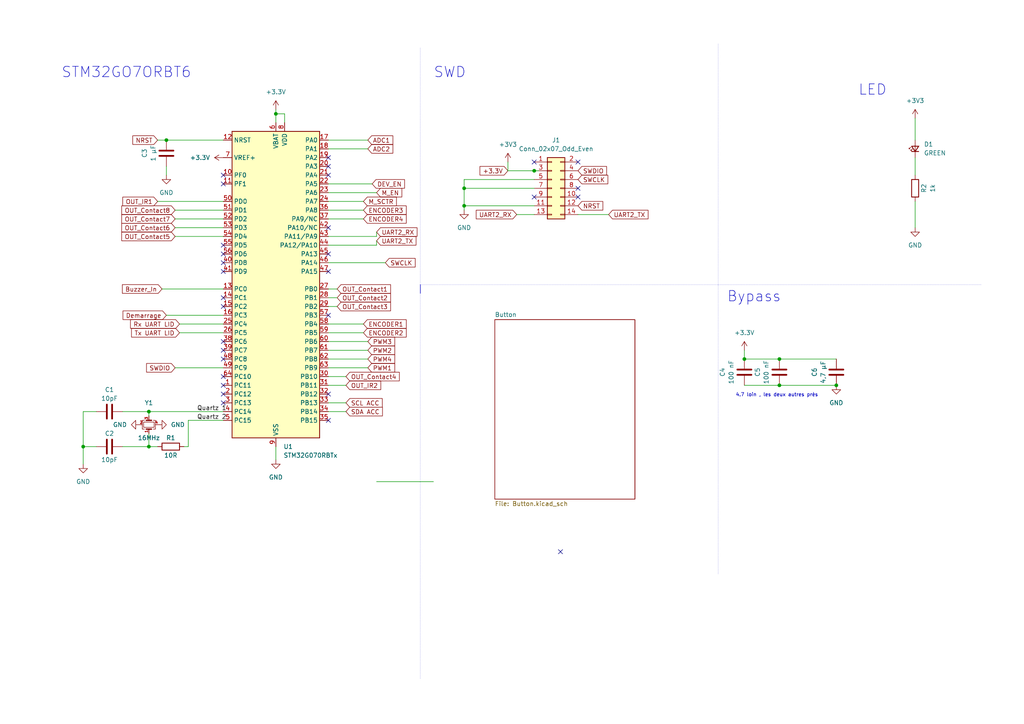
<source format=kicad_sch>
(kicad_sch (version 20230121) (generator eeschema)
  (paper "A4")
  (lib_symbols
    (symbol "+3.3V_1" (power) (pin_numbers hide) (pin_names (offset 0) hide)
      (property "Value" "+3.3V_1" (at 0 3.556 0))
      (symbol "+3.3V_1_0_1"
        (polyline (pts (xy -0.762 1.27) (xy 0 2.54)))
        (polyline (pts (xy 0 0) (xy 0 2.54)))
        (polyline (pts (xy 0 2.54) (xy 0.762 1.27)))
      )
      (symbol "+3.3V_1_1_1"
        (pin power_in line (at 0 0 90) (length 0) hide (name "+3V3") (number "1"))
      )
    )
    (symbol "Connector_Generic:Conn_02x07_Odd_Even" (pin_names (offset 1.016) hide)
      (property "Reference" "J" (at 1.27 10.16 0))
      (property "Value" "Conn_02x07_Odd_Even" (at 1.27 -10.16 0))
      (symbol "Conn_02x07_Odd_Even_1_1"
        (rectangle (start -1.27 -7.493) (end 0 -7.747) (stroke (width 0.1524)))
        (rectangle (start -1.27 -4.953) (end 0 -5.207) (stroke (width 0.1524)))
        (rectangle (start -1.27 -2.413) (end 0 -2.667) (stroke (width 0.1524)))
        (rectangle (start -1.27 0.127) (end 0 -0.127) (stroke (width 0.1524)))
        (rectangle (start -1.27 2.667) (end 0 2.413) (stroke (width 0.1524)))
        (rectangle (start -1.27 5.207) (end 0 4.953) (stroke (width 0.1524)))
        (rectangle (start -1.27 7.747) (end 0 7.493) (stroke (width 0.1524)))
        (rectangle (start -1.27 8.89) (end 3.81 -8.89) (stroke (width 0.254)) (fill (type background)))
        (rectangle (start 3.81 -7.493) (end 2.54 -7.747) (stroke (width 0.1524)))
        (rectangle (start 3.81 -4.953) (end 2.54 -5.207) (stroke (width 0.1524)))
        (rectangle (start 3.81 -2.413) (end 2.54 -2.667) (stroke (width 0.1524)))
        (rectangle (start 3.81 0.127) (end 2.54 -0.127) (stroke (width 0.1524)))
        (rectangle (start 3.81 2.667) (end 2.54 2.413) (stroke (width 0.1524)))
        (rectangle (start 3.81 5.207) (end 2.54 4.953) (stroke (width 0.1524)))
        (rectangle (start 3.81 7.747) (end 2.54 7.493) (stroke (width 0.1524)))
        (pin passive line (at -5.08 7.62 0) (length 3.81) (name "Pin_1") (number "1"))
        (pin passive line (at 7.62 -2.54 180) (length 3.81) (name "Pin_10") (number "10"))
        (pin passive line (at -5.08 -5.08 0) (length 3.81) (name "Pin_11") (number "11"))
        (pin passive line (at 7.62 -5.08 180) (length 3.81) (name "Pin_12") (number "12"))
        (pin passive line (at -5.08 -7.62 0) (length 3.81) (name "Pin_13") (number "13"))
        (pin passive line (at 7.62 -7.62 180) (length 3.81) (name "Pin_14") (number "14"))
        (pin passive line (at 7.62 7.62 180) (length 3.81) (name "Pin_2") (number "2"))
        (pin passive line (at -5.08 5.08 0) (length 3.81) (name "Pin_3") (number "3"))
        (pin passive line (at 7.62 5.08 180) (length 3.81) (name "Pin_4") (number "4"))
        (pin passive line (at -5.08 2.54 0) (length 3.81) (name "Pin_5") (number "5"))
        (pin passive line (at 7.62 2.54 180) (length 3.81) (name "Pin_6") (number "6"))
        (pin passive line (at -5.08 0 0) (length 3.81) (name "Pin_7") (number "7"))
        (pin passive line (at 7.62 0 180) (length 3.81) (name "Pin_8") (number "8"))
        (pin passive line (at -5.08 -2.54 0) (length 3.81) (name "Pin_9") (number "9"))
      )
    )
    (symbol "Device:C" (pin_numbers hide) (pin_names (offset 0.254))
      (property "Reference" "C" (at 0.635 2.54 0))
      (property "Value" "C" (at 0.635 -2.54 0))
      (symbol "C_0_1"
        (polyline (pts (xy -2.032 -0.762) (xy 2.032 -0.762)) (stroke (width 0.508)))
        (polyline (pts (xy -2.032 0.762) (xy 2.032 0.762)) (stroke (width 0.508)))
      )
      (symbol "C_1_1"
        (pin passive line (at 0 3.81 270) (length 2.794) (name "~") (number "1"))
        (pin passive line (at 0 -3.81 90) (length 2.794) (name "~") (number "2"))
      )
    )
    (symbol "Device:Crystal_GND24_Small" (pin_names (offset 1.016) hide)
      (property "Reference" "Y" (at 1.27 4.445 0))
      (property "Value" "Crystal_GND24_Small" (at 1.27 2.54 0))
      (symbol "Crystal_GND24_Small_0_1"
        (rectangle (start -0.762 -1.524) (end 0.762 1.524))
        (polyline (pts (xy -1.27 -0.762) (xy -1.27 0.762)) (stroke (width 0.381)))
        (polyline (pts (xy 1.27 -0.762) (xy 1.27 0.762)) (stroke (width 0.381)))
        (polyline (pts (xy -1.27 -1.27) (xy -1.27 -1.905) (xy 1.27 -1.905) (xy 1.27 -1.27)))
        (polyline (pts (xy -1.27 1.27) (xy -1.27 1.905) (xy 1.27 1.905) (xy 1.27 1.27)))
      )
      (symbol "Crystal_GND24_Small_1_1"
        (pin passive line (at -2.54 0 0) (length 1.27) (name "1") (number "1"))
        (pin passive line (at 0 -2.54 90) (length 0.635) (name "2") (number "2"))
        (pin passive line (at 2.54 0 180) (length 1.27) (name "3") (number "3"))
        (pin passive line (at 0 2.54 270) (length 0.635) (name "4") (number "4"))
      )
    )
    (symbol "Device:LED_Small" (pin_numbers hide) (pin_names (offset 0.254) hide)
      (property "Reference" "D" (at -1.27 3.175 0))
      (property "Value" "LED_Small" (at -4.445 -2.54 0))
      (symbol "LED_Small_0_1"
        (polyline (pts (xy -0.762 -1.016) (xy -0.762 1.016)) (stroke (width 0.254)))
        (polyline (pts (xy 1.016 0) (xy -0.762 0)))
        (polyline (pts (xy 0.762 -1.016) (xy -0.762 0) (xy 0.762 1.016) (xy 0.762 -1.016)) (stroke (width 0.254)))
        (polyline (pts (xy 0 0.762) (xy -0.508 1.27) (xy -0.254 1.27) (xy -0.508 1.27) (xy -0.508 1.016)))
        (polyline (pts (xy 0.508 1.27) (xy 0 1.778) (xy 0.254 1.778) (xy 0 1.778) (xy 0 1.524)))
      )
      (symbol "LED_Small_1_1"
        (pin passive line (at -2.54 0 0) (length 1.778) (name "K") (number "1"))
        (pin passive line (at 2.54 0 180) (length 1.778) (name "A") (number "2"))
      )
    )
    (symbol "Device:R" (pin_numbers hide) (pin_names (offset 0))
      (property "Reference" "R" (at 2.032 0 90))
      (property "Value" "R" (at 0 0 90))
      (symbol "R_0_1"
        (rectangle (start -1.016 -2.54) (end 1.016 2.54) (stroke (width 0.254)))
      )
      (symbol "R_1_1"
        (pin passive line (at 0 3.81 270) (length 1.27) (name "~") (number "1"))
        (pin passive line (at 0 -3.81 90) (length 1.27) (name "~") (number "2"))
      )
    )
    (symbol "GND_2" (power) (pin_numbers hide) (pin_names (offset 0) hide)
      (property "Value" "GND_2" (at 0 -3.81 0))
      (symbol "GND_2_0_1"
        (polyline (pts (xy 0 0) (xy 0 -1.27) (xy 1.27 -1.27) (xy 0 -2.54) (xy -1.27 -1.27) (xy 0 -1.27)))
      )
      (symbol "GND_2_1_1"
        (pin power_in line (at 0 0 270) (length 0) hide (name "GND") (number "1"))
      )
    )
    (symbol "MCU_ST_STM32G0:STM32G070RBTx"
      (property "Reference" "U" (at -12.7 46.99 0))
      (property "Value" "STM32G070RBTx" (at 5.08 46.99 0))
      (symbol "STM32G070RBTx_0_1"
        (rectangle (start -12.7 -43.18) (end 12.7 45.72) (stroke (width 0.254)) (fill (type background)))
      )
      (symbol "STM32G070RBTx_1_1"
        (pin bidirectional line (at -15.24 -27.94 0) (length 2.54) (name "PC11") (number "1"))
        (pin bidirectional line (at -15.24 33.02 0) (length 2.54) (name "PF0") (number "10"))
        (pin bidirectional line (at -15.24 30.48 0) (length 2.54) (name "PF1") (number "11"))
        (pin input line (at -15.24 43.18 0) (length 2.54) (name "NRST") (number "12"))
        (pin bidirectional line (at -15.24 0 0) (length 2.54) (name "PC0") (number "13"))
        (pin bidirectional line (at -15.24 -2.54 0) (length 2.54) (name "PC1") (number "14"))
        (pin bidirectional line (at -15.24 -5.08 0) (length 2.54) (name "PC2") (number "15"))
        (pin bidirectional line (at -15.24 -7.62 0) (length 2.54) (name "PC3") (number "16"))
        (pin bidirectional line (at 15.24 43.18 180) (length 2.54) (name "PA0") (number "17"))
        (pin bidirectional line (at 15.24 40.64 180) (length 2.54) (name "PA1") (number "18"))
        (pin bidirectional line (at 15.24 38.1 180) (length 2.54) (name "PA2") (number "19"))
        (pin bidirectional line (at -15.24 -30.48 0) (length 2.54) (name "PC12") (number "2"))
        (pin bidirectional line (at 15.24 35.56 180) (length 2.54) (name "PA3") (number "20"))
        (pin bidirectional line (at 15.24 33.02 180) (length 2.54) (name "PA4") (number "21"))
        (pin bidirectional line (at 15.24 30.48 180) (length 2.54) (name "PA5") (number "22"))
        (pin bidirectional line (at 15.24 27.94 180) (length 2.54) (name "PA6") (number "23"))
        (pin bidirectional line (at 15.24 25.4 180) (length 2.54) (name "PA7") (number "24"))
        (pin bidirectional line (at -15.24 -10.16 0) (length 2.54) (name "PC4") (number "25"))
        (pin bidirectional line (at -15.24 -12.7 0) (length 2.54) (name "PC5") (number "26"))
        (pin bidirectional line (at 15.24 0 180) (length 2.54) (name "PB0") (number "27"))
        (pin bidirectional line (at 15.24 -2.54 180) (length 2.54) (name "PB1") (number "28"))
        (pin bidirectional line (at 15.24 -5.08 180) (length 2.54) (name "PB2") (number "29"))
        (pin bidirectional line (at -15.24 -33.02 0) (length 2.54) (name "PC13") (number "3"))
        (pin bidirectional line (at 15.24 -25.4 180) (length 2.54) (name "PB10") (number "30"))
        (pin bidirectional line (at 15.24 -27.94 180) (length 2.54) (name "PB11") (number "31"))
        (pin bidirectional line (at 15.24 -30.48 180) (length 2.54) (name "PB12") (number "32"))
        (pin bidirectional line (at 15.24 -33.02 180) (length 2.54) (name "PB13") (number "33"))
        (pin bidirectional line (at 15.24 -35.56 180) (length 2.54) (name "PB14") (number "34"))
        (pin bidirectional line (at 15.24 -38.1 180) (length 2.54) (name "PB15") (number "35"))
        (pin bidirectional line (at 15.24 22.86 180) (length 2.54) (name "PA8") (number "36"))
        (pin bidirectional line (at 15.24 20.32 180) (length 2.54) (name "PA9/NC") (number "37"))
        (pin bidirectional line (at -15.24 -15.24 0) (length 2.54) (name "PC6") (number "38"))
        (pin bidirectional line (at -15.24 -17.78 0) (length 2.54) (name "PC7") (number "39"))
        (pin bidirectional line (at -15.24 -35.56 0) (length 2.54) (name "PC14") (number "4"))
        (pin bidirectional line (at -15.24 7.62 0) (length 2.54) (name "PD8") (number "40"))
        (pin bidirectional line (at -15.24 5.08 0) (length 2.54) (name "PD9") (number "41"))
        (pin bidirectional line (at 15.24 17.78 180) (length 2.54) (name "PA10/NC") (number "42"))
        (pin bidirectional line (at 15.24 15.24 180) (length 2.54) (name "PA11/PA9") (number "43"))
        (pin bidirectional line (at 15.24 12.7 180) (length 2.54) (name "PA12/PA10") (number "44"))
        (pin bidirectional line (at 15.24 10.16 180) (length 2.54) (name "PA13") (number "45"))
        (pin bidirectional line (at 15.24 7.62 180) (length 2.54) (name "PA14") (number "46"))
        (pin bidirectional line (at 15.24 5.08 180) (length 2.54) (name "PA15") (number "47"))
        (pin bidirectional line (at -15.24 -20.32 0) (length 2.54) (name "PC8") (number "48"))
        (pin bidirectional line (at -15.24 -22.86 0) (length 2.54) (name "PC9") (number "49"))
        (pin bidirectional line (at -15.24 -38.1 0) (length 2.54) (name "PC15") (number "5"))
        (pin bidirectional line (at -15.24 25.4 0) (length 2.54) (name "PD0") (number "50"))
        (pin bidirectional line (at -15.24 22.86 0) (length 2.54) (name "PD1") (number "51"))
        (pin bidirectional line (at -15.24 20.32 0) (length 2.54) (name "PD2") (number "52"))
        (pin bidirectional line (at -15.24 17.78 0) (length 2.54) (name "PD3") (number "53"))
        (pin bidirectional line (at -15.24 15.24 0) (length 2.54) (name "PD4") (number "54"))
        (pin bidirectional line (at -15.24 12.7 0) (length 2.54) (name "PD5") (number "55"))
        (pin bidirectional line (at -15.24 10.16 0) (length 2.54) (name "PD6") (number "56"))
        (pin bidirectional line (at 15.24 -7.62 180) (length 2.54) (name "PB3") (number "57"))
        (pin bidirectional line (at 15.24 -10.16 180) (length 2.54) (name "PB4") (number "58"))
        (pin bidirectional line (at 15.24 -12.7 180) (length 2.54) (name "PB5") (number "59"))
        (pin power_in line (at 0 48.26 270) (length 2.54) (name "VBAT") (number "6"))
        (pin bidirectional line (at 15.24 -15.24 180) (length 2.54) (name "PB6") (number "60"))
        (pin bidirectional line (at 15.24 -17.78 180) (length 2.54) (name "PB7") (number "61"))
        (pin bidirectional line (at 15.24 -20.32 180) (length 2.54) (name "PB8") (number "62"))
        (pin bidirectional line (at 15.24 -22.86 180) (length 2.54) (name "PB9") (number "63"))
        (pin bidirectional line (at -15.24 -25.4 0) (length 2.54) (name "PC10") (number "64"))
        (pin input line (at -15.24 38.1 0) (length 2.54) (name "VREF+") (number "7"))
        (pin power_in line (at 2.54 48.26 270) (length 2.54) (name "VDD") (number "8"))
        (pin power_in line (at 0 -45.72 90) (length 2.54) (name "VSS") (number "9"))
      )
    )
    (symbol "power:+3.3V" (power) (pin_names (offset 0))
      (property "Value" "+3.3V" (at 0 3.556 0))
      (symbol "+3.3V_0_1"
        (polyline (pts (xy -0.762 1.27) (xy 0 2.54)))
        (polyline (pts (xy 0 0) (xy 0 2.54)))
        (polyline (pts (xy 0 2.54) (xy 0.762 1.27)))
      )
      (symbol "+3.3V_1_1"
        (pin power_in line (at 0 0 90) (length 0) hide (name "+3.3V") (number "1"))
      )
    )
    (symbol "power:GND" (power) (pin_numbers hide) (pin_names (offset 0) hide)
      (property "Value" "GND" (at 0 -3.81 0))
      (symbol "GND_0_1"
        (polyline (pts (xy 0 0) (xy 0 -1.27) (xy 1.27 -1.27) (xy 0 -2.54) (xy -1.27 -1.27) (xy 0 -1.27)))
      )
      (symbol "GND_1_1"
        (pin power_in line (at 0 0 270) (length 0) hide (name "GND") (number "1"))
      )
    )
  )
  (junction (at 134.62 59.69))
  (junction (at 134.62 54.61))
  (junction (at 24.13 129.54))
  (junction (at 154.94 49.53))
  (junction (at 43.18 119.38))
  (junction (at 48.26 40.64))
  (junction (at 226.06 104.14))
  (junction (at 215.9 104.14))
  (junction (at 242.57 111.76))
  (junction (at 80.01 33.02))
  (junction (at 43.18 129.54))
  (junction (at 226.06 111.76))
  (no_connect (at 95.25 91.44))
  (no_connect (at 154.94 57.15))
  (no_connect (at 64.77 78.74))
  (no_connect (at 64.77 50.8))
  (no_connect (at 64.77 116.84))
  (no_connect (at 64.77 109.22))
  (no_connect (at 154.94 46.99))
  (no_connect (at 167.64 54.61))
  (no_connect (at 64.77 111.76))
  (no_connect (at 95.25 114.3))
  (no_connect (at 64.77 104.14))
  (no_connect (at 95.25 73.66))
  (no_connect (at 64.77 101.6))
  (no_connect (at 64.77 99.06))
  (no_connect (at 95.25 66.04))
  (no_connect (at 64.77 114.3))
  (no_connect (at 167.64 46.99))
  (no_connect (at 95.25 45.72))
  (no_connect (at 95.25 121.92))
  (no_connect (at 95.25 50.8))
  (no_connect (at 95.25 48.26))
  (no_connect (at 64.77 76.2))
  (no_connect (at 162.56 160.02))
  (no_connect (at 64.77 71.12))
  (no_connect (at 64.77 53.34))
  (no_connect (at 95.25 78.74))
  (no_connect (at 64.77 86.36))
  (no_connect (at 167.64 57.15))
  (no_connect (at 64.77 73.66))
  (no_connect (at 64.77 88.9))
  (wire (pts (xy 265.43 45.72) (xy 265.43 50.8)))
  (wire (pts (xy 45.72 40.64) (xy 48.26 40.64)))
  (wire (pts (xy 111.76 76.2) (xy 95.25 76.2)))
  (wire (pts (xy 95.25 93.98) (xy 105.41 93.98)))
  (wire (pts (xy 50.8 106.68) (xy 64.77 106.68)))
  (wire (pts (xy 95.25 101.6) (xy 106.68 101.6)))
  (wire (pts (xy 43.18 120.65) (xy 43.18 119.38)))
  (wire (pts (xy 48.26 91.44) (xy 64.77 91.44)))
  (polyline (pts (xy 121.92 13.97) (xy 121.92 196.85)) (stroke (width 0.1) (type dot)))
  (wire (pts (xy 64.77 121.92) (xy 54.61 121.92)))
  (wire (pts (xy 95.25 63.5) (xy 105.41 63.5)))
  (wire (pts (xy 95.25 96.52) (xy 105.41 96.52)))
  (wire (pts (xy 134.62 54.61) (xy 134.62 52.07)))
  (wire (pts (xy 167.64 62.23) (xy 176.53 62.23)))
  (wire (pts (xy 50.8 60.96) (xy 64.77 60.96)))
  (wire (pts (xy 154.94 49.53) (xy 156.21 49.53)))
  (wire (pts (xy 95.25 106.68) (xy 106.68 106.68)))
  (wire (pts (xy 48.26 50.8) (xy 48.26 48.26)))
  (polyline (pts (xy 208.28 82.55) (xy 208.28 12.7)) (stroke (width 0.1) (type dot)))
  (wire (pts (xy 43.18 119.38) (xy 35.56 119.38)))
  (polyline (pts (xy 121.92 82.55) (xy 121.92 85.09)))
  (wire (pts (xy 265.43 34.29) (xy 265.43 40.64)))
  (wire (pts (xy 95.25 86.36) (xy 97.79 86.36)))
  (wire (pts (xy 95.25 58.42) (xy 105.41 58.42)))
  (wire (pts (xy 43.18 129.54) (xy 35.56 129.54)))
  (wire (pts (xy 95.25 99.06) (xy 106.68 99.06)))
  (wire (pts (xy 215.9 101.6) (xy 215.9 104.14)))
  (wire (pts (xy 109.22 68.58) (xy 109.22 67.31)))
  (wire (pts (xy 95.25 43.18) (xy 106.68 43.18)))
  (wire (pts (xy 149.86 62.23) (xy 154.94 62.23)))
  (wire (pts (xy 52.07 93.98) (xy 64.77 93.98)))
  (wire (pts (xy 95.25 111.76) (xy 100.33 111.76)))
  (wire (pts (xy 95.25 109.22) (xy 100.33 109.22)))
  (wire (pts (xy 43.18 119.38) (xy 64.77 119.38)))
  (wire (pts (xy 134.62 60.96) (xy 134.62 59.69)))
  (wire (pts (xy 95.25 104.14) (xy 106.68 104.14)))
  (wire (pts (xy 24.13 129.54) (xy 24.13 134.62)))
  (wire (pts (xy 100.33 119.38) (xy 95.25 119.38)))
  (wire (pts (xy 45.72 58.42) (xy 64.77 58.42)))
  (wire (pts (xy 95.25 53.34) (xy 107.95 53.34)))
  (wire (pts (xy 134.62 59.69) (xy 134.62 54.61)))
  (wire (pts (xy 45.72 129.54) (xy 43.18 129.54)))
  (polyline (pts (xy 208.28 166.37) (xy 208.28 82.55)) (stroke (width 0.1) (type dot)))
  (wire (pts (xy 95.25 55.88) (xy 109.22 55.88)))
  (wire (pts (xy 54.61 129.54) (xy 54.61 121.92)))
  (wire (pts (xy 27.94 119.38) (xy 24.13 119.38)))
  (wire (pts (xy 134.62 54.61) (xy 154.94 54.61)))
  (wire (pts (xy 80.01 133.35) (xy 80.01 129.54)))
  (wire (pts (xy 134.62 59.69) (xy 154.94 59.69)))
  (wire (pts (xy 46.99 83.82) (xy 64.77 83.82)))
  (wire (pts (xy 95.25 83.82) (xy 97.79 83.82)))
  (wire (pts (xy 215.9 111.76) (xy 226.06 111.76)))
  (wire (pts (xy 43.18 125.73) (xy 43.18 129.54)))
  (wire (pts (xy 226.06 104.14) (xy 242.57 104.14)))
  (wire (pts (xy 95.25 40.64) (xy 106.68 40.64)))
  (wire (pts (xy 147.32 49.53) (xy 147.32 46.99)))
  (wire (pts (xy 265.43 58.42) (xy 265.43 66.04)))
  (wire (pts (xy 50.8 68.58) (xy 64.77 68.58)))
  (wire (pts (xy 215.9 104.14) (xy 226.06 104.14)))
  (wire (pts (xy 24.13 119.38) (xy 24.13 129.54)))
  (wire (pts (xy 82.55 35.56) (xy 82.55 33.02)))
  (wire (pts (xy 95.25 71.12) (xy 109.22 71.12)))
  (wire (pts (xy 134.62 52.07) (xy 154.94 52.07)))
  (wire (pts (xy 95.25 60.96) (xy 105.41 60.96)))
  (wire (pts (xy 109.22 71.12) (xy 109.22 69.85)))
  (wire (pts (xy 80.01 33.02) (xy 80.01 35.56)))
  (wire (pts (xy 54.61 129.54) (xy 53.34 129.54)))
  (wire (pts (xy 100.33 116.84) (xy 95.25 116.84)))
  (wire (pts (xy 48.26 40.64) (xy 64.77 40.64)))
  (wire (pts (xy 82.55 33.02) (xy 80.01 33.02)))
  (wire (pts (xy 52.07 96.52) (xy 64.77 96.52)))
  (wire (pts (xy 147.32 49.53) (xy 154.94 49.53)))
  (wire (pts (xy 80.01 31.75) (xy 80.01 33.02)))
  (wire (pts (xy 109.22 139.7) (xy 125.73 139.7)))
  (wire (pts (xy 95.25 68.58) (xy 109.22 68.58)))
  (wire (pts (xy 50.8 63.5) (xy 64.77 63.5)))
  (wire (pts (xy 95.25 88.9) (xy 97.79 88.9)))
  (polyline (pts (xy 121.92 82.55) (xy 284.48 82.55)) (stroke (width 0.1) (type dot)))
  (wire (pts (xy 226.06 111.76) (xy 242.57 111.76)))
  (wire (pts (xy 50.8 66.04) (xy 64.77 66.04)))
  (wire (pts (xy 24.13 129.54) (xy 27.94 129.54)))
  (text "STM32GO7ORBT6\n" (at 17.78 22.86 0) (effects (font (size 3 3)) (justify left bottom)))
  (text "Bypass\n\n" (at 210.82 92.71 0) (effects (font (size 3 3)) (justify left bottom)))
  (text "LED\n" (at 248.92 27.94 0) (effects (font (size 3 3)) (justify left bottom)))
  (text "SWD\n" (at 125.73 22.86 0) (effects (font (size 3 3)) (justify left bottom)))
  (text "4.7 loin , les deux autres près\n\n" (at 213.36 116.84 0) (effects (font (size 1 1)) (justify left bottom)))
  (label "Quartz 2" (at 57.15 121.92 0))
  (label "Quartz 1" (at 57.15 119.38 0))
  (global_label "OUT_Contact8" (shape input) (at 50.8 60.96 180) (property "Intersheetrefs" "${INTERSHEET_REFS}" (effects hide)))
  (global_label "OUT_Contact1" (shape input) (at 97.79 83.82 0) (property "Intersheetrefs" "${INTERSHEET_REFS}" (effects hide)))
  (global_label "OUT_Contact5" (shape input) (at 50.8 68.58 180) (property "Intersheetrefs" "${INTERSHEET_REFS}" (effects hide)))
  (global_label "UART2_TX" (shape input) (at 109.22 69.85 0) (property "Intersheetrefs" "${INTERSHEET_REFS}" (effects hide)))
  (global_label "SWDIO" (shape input) (at 167.64 49.53 0) (property "Intersheetrefs" "${INTERSHEET_REFS}" (effects hide)))
  (global_label "UART2_RX" (shape input) (at 109.22 67.31 0) (property "Intersheetrefs" "${INTERSHEET_REFS}" (effects hide)))
  (global_label "SWCLK" (shape input) (at 111.76 76.2 0) (property "Intersheetrefs" "${INTERSHEET_REFS}" (effects hide)))
  (global_label "ADC2" (shape input) (at 106.68 43.18 0) (property "Intersheetrefs" "${INTERSHEET_REFS}" (effects hide)))
  (global_label "ADC1" (shape input) (at 106.68 40.64 0) (property "Intersheetrefs" "${INTERSHEET_REFS}" (effects hide)))
  (global_label "OUT_IR1" (shape input) (at 45.72 58.42 180) (property "Intersheetrefs" "${INTERSHEET_REFS}" (effects hide)))
  (global_label "PWM2" (shape input) (at 106.68 101.6 0) (property "Intersheetrefs" "${INTERSHEET_REFS}" (effects hide)))
  (global_label "NRST" (shape input) (at 45.72 40.64 180) (property "Intersheetrefs" "${INTERSHEET_REFS}" (effects hide)))
  (global_label "ENCODER2" (shape input) (at 105.41 96.52 0) (property "Intersheetrefs" "${INTERSHEET_REFS}" (effects hide)))
  (global_label "ENCODER1" (shape input) (at 105.41 93.98 0) (property "Intersheetrefs" "${INTERSHEET_REFS}" (effects hide)))
  (global_label "UART2_TX" (shape input) (at 176.53 62.23 0) (property "Intersheetrefs" "${INTERSHEET_REFS}" (effects hide)))
  (global_label "Tx UART LID" (shape input) (at 52.07 96.52 180) (property "Intersheetrefs" "${INTERSHEET_REFS}" (effects hide)))
  (global_label "ENCODER4" (shape input) (at 105.41 63.5 0) (property "Intersheetrefs" "${INTERSHEET_REFS}" (effects hide)))
  (global_label "PWM3" (shape input) (at 106.68 99.06 0) (property "Intersheetrefs" "${INTERSHEET_REFS}" (effects hide)))
  (global_label "+3.3V" (shape input) (at 147.32 49.53 180) (property "Intersheetrefs" "${INTERSHEET_REFS}" (effects hide)))
  (global_label "Demarrage" (shape input) (at 48.26 91.44 180) (property "Intersheetrefs" "${INTERSHEET_REFS}" (effects hide)))
  (global_label "OUT_Contact4" (shape input) (at 100.33 109.22 0) (property "Intersheetrefs" "${INTERSHEET_REFS}" (effects hide)))
  (global_label "OUT_Contact7" (shape input) (at 50.8 63.5 180) (property "Intersheetrefs" "${INTERSHEET_REFS}" (effects hide)))
  (global_label "SWCLK" (shape input) (at 167.64 52.07 0) (property "Intersheetrefs" "${INTERSHEET_REFS}" (effects hide)))
  (global_label "SDA ACC" (shape input) (at 100.33 119.38 0) (property "Intersheetrefs" "${INTERSHEET_REFS}" (effects hide)))
  (global_label "ENCODER3" (shape input) (at 105.41 60.96 0) (property "Intersheetrefs" "${INTERSHEET_REFS}" (effects hide)))
  (global_label "OUT_Contact3" (shape input) (at 97.79 88.9 0) (property "Intersheetrefs" "${INTERSHEET_REFS}" (effects hide)))
  (global_label "NRST" (shape input) (at 167.64 59.69 0) (property "Intersheetrefs" "${INTERSHEET_REFS}" (effects hide)))
  (global_label "Buzzer_In" (shape input) (at 46.99 83.82 180) (property "Intersheetrefs" "${INTERSHEET_REFS}" (effects hide)))
  (global_label "OUT_Contact2" (shape input) (at 97.79 86.36 0) (property "Intersheetrefs" "${INTERSHEET_REFS}" (effects hide)))
  (global_label "Rx UART LID" (shape input) (at 52.07 93.98 180) (property "Intersheetrefs" "${INTERSHEET_REFS}" (effects hide)))
  (global_label "PWM1" (shape input) (at 106.68 106.68 0) (property "Intersheetrefs" "${INTERSHEET_REFS}" (effects hide)))
  (global_label "PWM4" (shape input) (at 106.68 104.14 0) (property "Intersheetrefs" "${INTERSHEET_REFS}" (effects hide)))
  (global_label "M_SCTR" (shape input) (at 105.41 58.42 0) (property "Intersheetrefs" "${INTERSHEET_REFS}" (effects hide)))
  (global_label "UART2_RX" (shape input) (at 149.86 62.23 180) (property "Intersheetrefs" "${INTERSHEET_REFS}" (effects hide)))
  (global_label "OUT_IR2" (shape input) (at 100.33 111.76 0) (property "Intersheetrefs" "${INTERSHEET_REFS}" (effects hide)))
  (global_label "OUT_Contact6" (shape input) (at 50.8 66.04 180) (property "Intersheetrefs" "${INTERSHEET_REFS}" (effects hide)))
  (global_label "SWDIO" (shape input) (at 50.8 106.68 180) (property "Intersheetrefs" "${INTERSHEET_REFS}" (effects hide)))
  (global_label "SCL ACC" (shape input) (at 100.33 116.84 0) (property "Intersheetrefs" "${INTERSHEET_REFS}" (effects hide)))
  (global_label "DEV_EN" (shape input) (at 107.95 53.34 0) (property "Intersheetrefs" "${INTERSHEET_REFS}" (effects hide)))
  (global_label "M_EN" (shape input) (at 109.22 55.88 0) (property "Intersheetrefs" "${INTERSHEET_REFS}" (effects hide)))
  (symbol (lib_id "MCU_ST_STM32G0:STM32G070RBTx") (at 80.01 83.82 0) (unit 1)
    (property "Reference" "U1" (at 82.2041 129.54 0) (effects (justify left)))
    (property "Value" "STM32G070RBTx" (at 82.2041 132.08 0) (effects (justify left)))
    (property "Footprint" "Package_QFP:LQFP-64_10x10mm_P0.5mm" (effects hide))
    (property "Datasheet" "https://www.st.com/resource/en/datasheet/stm32g070rb.pdf" (effects hide))
    (instances (project "Alimentation" (path "" (reference "U1") (unit 1))) (project "Microp_project_chat" (path "" (reference "U?") (unit 1))))
  )
  (symbol (lib_id "power:+3.3V") (at 215.9 101.6 0) (unit 1)
    (property "Reference" "#PWR010" (effects hide))
    (property "Value" "+3.3V" (at 215.9 96.52 0))
    (instances (project "Alimentation" (path "" (reference "#PWR010") (unit 1))) (project "Microp_project_chat" (path "" (reference "#PWR?") (unit 1))))
  )
  (symbol (lib_id "Device:C") (at 242.57 107.95 0) (mirror x) (unit 1)
    (property "Reference" "C6" (at 236.22 107.95 90))
    (property "Value" "4,7 µF" (at 238.76 107.95 90))
    (property "Footprint" "Capacitor_SMD:C_0603_1608Metric_Pad1.08x0.95mm_HandSolder" (effects hide))
    (instances (project "Alimentation" (path "" (reference "C6") (unit 1))) (project "Microp_project_chat" (path "" (reference "C?") (unit 1)) (path "" (reference "C?") (unit 1))))
  )
  (symbol (lib_id "power:GND") (at 80.01 133.35 0) (mirror y) (unit 1)
    (property "Reference" "#PWR07" (effects hide))
    (property "Value" "GND" (at 80.01 138.43 0))
    (instances (project "Alimentation" (path "" (reference "#PWR07") (unit 1))) (project "Microp_project_chat" (path "" (reference "#PWR?") (unit 1)) (path "" (reference "#PWR?") (unit 1))))
  )
  (symbol (lib_id "power:GND") (at 24.13 134.62 0) (mirror y) (unit 1)
    (property "Reference" "#PWR01" (effects hide))
    (property "Value" "GND" (at 24.13 139.7 0))
    (instances (project "Alimentation" (path "" (reference "#PWR01") (unit 1))) (project "Microp_project_chat" (path "" (reference "#PWR?") (unit 1)) (path "" (reference "#PWR?") (unit 1))))
  )
  (symbol (lib_name "GND_2") (lib_id "power:GND") (at 265.43 66.04 0) (unit 1)
    (property "Reference" "#PWR014" (effects hide))
    (property "Value" "GND" (at 265.43 71.12 0))
    (instances (project "Alimentation" (path "" (reference "#PWR014") (unit 1))) (project "tuto_usb-c" (path "" (reference "#PWR?") (unit 1))) (project "Microp_project_chat" (path "" (reference "#PWR?") (unit 1))))
  )
  (symbol (lib_name "+3.3V_1") (lib_id "power:+3.3V") (at 147.32 46.99 0) (unit 1)
    (property "Reference" "#PWR09" (effects hide))
    (property "Value" "+3.3V" (at 147.32 41.91 0))
    (instances (project "Alimentation" (path "" (reference "#PWR09") (unit 1))) (project "tuto_usb-c" (path "" (reference "#PWR?") (unit 1))) (project "Microp_project_chat" (path "" (reference "#PWR?") (unit 1))))
  )
  (symbol (lib_id "power:GND") (at 40.64 123.19 270) (mirror x) (unit 1)
    (property "Reference" "#PWR02" (effects hide))
    (property "Value" "GND" (at 36.83 123.19 90) (effects (justify right)))
    (instances (project "Alimentation" (path "" (reference "#PWR02") (unit 1))) (project "Microp_project_chat" (path "" (reference "#PWR?") (unit 1)) (path "" (reference "#PWR?") (unit 1))))
  )
  (symbol (lib_name "GND_2") (lib_id "power:GND") (at 242.57 111.76 0) (unit 1)
    (property "Reference" "#PWR011" (effects hide))
    (property "Value" "GND" (at 242.57 116.84 0))
    (instances (project "Alimentation" (path "" (reference "#PWR011") (unit 1))) (project "tuto_usb-c" (path "" (reference "#PWR?") (unit 1))) (project "Microp_project_chat" (path "" (reference "#PWR?") (unit 1))))
  )
  (symbol (lib_id "power:GND") (at 48.26 50.8 0) (mirror y) (unit 1)
    (property "Reference" "#PWR04" (effects hide))
    (property "Value" "GND" (at 48.26 55.88 0))
    (instances (project "Alimentation" (path "" (reference "#PWR04") (unit 1))) (project "Microp_project_chat" (path "" (reference "#PWR?") (unit 1)) (path "" (reference "#PWR?") (unit 1))))
  )
  (symbol (lib_id "power:+3.3V") (at 80.01 31.75 0) (unit 1)
    (property "Reference" "#PWR06" (effects hide))
    (property "Value" "+3.3V" (at 80.01 26.67 0))
    (instances (project "Alimentation" (path "" (reference "#PWR06") (unit 1))) (project "Microp_project_chat" (path "" (reference "#PWR?") (unit 1))))
  )
  (symbol (lib_id "Device:C") (at 215.9 107.95 0) (mirror x) (unit 1)
    (property "Reference" "C4" (at 209.55 107.95 90))
    (property "Value" "100 nF" (at 212.09 107.95 90))
    (property "Footprint" "Capacitor_SMD:C_0603_1608Metric_Pad1.08x0.95mm_HandSolder" (effects hide))
    (instances (project "Alimentation" (path "" (reference "C4") (unit 1))) (project "Microp_project_chat" (path "" (reference "C?") (unit 1)) (path "" (reference "C?") (unit 1))))
  )
  (symbol (lib_name "GND_2") (lib_id "power:GND") (at 134.62 60.96 0) (unit 1)
    (property "Reference" "#PWR08" (effects hide))
    (property "Value" "GND" (at 134.62 66.04 0))
    (instances (project "Alimentation" (path "" (reference "#PWR08") (unit 1))) (project "tuto_usb-c" (path "" (reference "#PWR?") (unit 1))) (project "Microp_project_chat" (path "" (reference "#PWR?") (unit 1))))
  )
  (symbol (lib_id "Device:C") (at 226.06 107.95 0) (mirror x) (unit 1)
    (property "Reference" "C5" (at 219.71 107.95 90))
    (property "Value" "100 nF" (at 222.25 107.95 90))
    (property "Footprint" "Capacitor_SMD:C_0603_1608Metric_Pad1.08x0.95mm_HandSolder" (effects hide))
    (instances (project "Alimentation" (path "" (reference "C5") (unit 1))) (project "Microp_project_chat" (path "" (reference "C?") (unit 1)) (path "" (reference "C?") (unit 1))))
  )
  (symbol (lib_id "Device:C") (at 31.75 129.54 90) (mirror x) (unit 1)
    (property "Reference" "C2" (at 31.75 125.73 90))
    (property "Value" "10pF" (at 31.75 133.35 90))
    (property "Footprint" "Capacitor_SMD:C_0603_1608Metric_Pad1.08x0.95mm_HandSolder" (effects hide))
    (instances (project "Alimentation" (path "" (reference "C2") (unit 1))) (project "Microp_project_chat" (path "" (reference "C?") (unit 1)) (path "" (reference "C?") (unit 1))))
  )
  (symbol (lib_name "+3.3V_1") (lib_id "power:+3.3V") (at 265.43 34.29 0) (unit 1)
    (property "Reference" "#PWR013" (effects hide))
    (property "Value" "+3.3V" (at 265.43 29.21 0))
    (instances (project "Alimentation" (path "" (reference "#PWR013") (unit 1))) (project "tuto_usb-c" (path "" (reference "#PWR?") (unit 1))) (project "Microp_project_chat" (path "" (reference "#PWR?") (unit 1))))
  )
  (symbol (lib_id "Device:LED_Small") (at 265.43 43.18 90) (unit 1)
    (property "Reference" "D1" (at 267.97 41.8465 90) (effects (justify right)))
    (property "Value" "GREEN" (at 267.97 44.3865 90) (effects (justify right)))
    (property "Footprint" "LED_SMD:LED_0603_1608Metric_Pad1.05x0.95mm_HandSolder" (effects hide))
    (instances (project "Alimentation" (path "" (reference "D1") (unit 1))) (project "tuto_usb-c" (path "" (reference "D?") (unit 1))) (project "Microp_project_chat" (path "" (reference "D?") (unit 1))))
  )
  (symbol (lib_id "Device:R") (at 265.43 54.61 0) (unit 1)
    (property "Reference" "R2" (at 267.97 54.61 90))
    (property "Value" "1k" (at 270.51 54.61 90))
    (property "Footprint" "Resistor_SMD:R_0603_1608Metric_Pad0.98x0.95mm_HandSolder" (effects hide))
    (instances (project "Alimentation" (path "" (reference "R2") (unit 1))) (project "tuto_usb-c" (path "" (reference "R?") (unit 1))) (project "Microp_project_chat" (path "" (reference "R?") (unit 1))))
  )
  (symbol (lib_id "power:+3.3V") (at 64.77 45.72 90) (unit 1)
    (property "Reference" "#PWR05" (effects hide))
    (property "Value" "+3.3V" (at 60.96 45.72 90) (effects (justify left)))
    (instances (project "Alimentation" (path "" (reference "#PWR05") (unit 1))) (project "Microp_project_chat" (path "" (reference "#PWR?") (unit 1))))
  )
  (symbol (lib_id "Device:R") (at 49.53 129.54 270) (mirror x) (unit 1)
    (property "Reference" "R1" (at 49.53 127 90))
    (property "Value" "10R" (at 49.53 132.08 90))
    (property "Footprint" "Resistor_SMD:R_0603_1608Metric_Pad0.98x0.95mm_HandSolder" (effects hide))
    (instances (project "Alimentation" (path "" (reference "R1") (unit 1))) (project "Microp_project_chat" (path "" (reference "R?") (unit 1)) (path "" (reference "R?") (unit 1))))
  )
  (symbol (lib_id "power:GND") (at 45.72 123.19 90) (mirror x) (unit 1)
    (property "Reference" "#PWR03" (effects hide))
    (property "Value" "GND" (at 49.53 123.19 90) (effects (justify right)))
    (instances (project "Alimentation" (path "" (reference "#PWR03") (unit 1))) (project "Microp_project_chat" (path "" (reference "#PWR?") (unit 1)) (path "" (reference "#PWR?") (unit 1))))
  )
  (symbol (lib_id "Device:C") (at 48.26 44.45 0) (mirror x) (unit 1)
    (property "Reference" "C3" (at 41.91 44.45 90))
    (property "Value" "1 µF" (at 44.45 44.45 90))
    (property "Footprint" "Capacitor_SMD:C_0603_1608Metric_Pad1.08x0.95mm_HandSolder" (effects hide))
    (instances (project "Alimentation" (path "" (reference "C3") (unit 1))) (project "Microp_project_chat" (path "" (reference "C?") (unit 1)) (path "" (reference "C?") (unit 1))))
  )
  (symbol (lib_id "Device:C") (at 31.75 119.38 90) (mirror x) (unit 1)
    (property "Reference" "C1" (at 31.75 113.03 90))
    (property "Value" "10pF" (at 31.75 115.57 90))
    (property "Footprint" "Capacitor_SMD:C_0603_1608Metric_Pad1.08x0.95mm_HandSolder" (effects hide))
    (instances (project "Alimentation" (path "" (reference "C1") (unit 1))) (project "Microp_project_chat" (path "" (reference "C?") (unit 1)) (path "" (reference "C?") (unit 1))))
  )
  (symbol (lib_id "Connector_Generic:Conn_02x07_Odd_Even") (at 160.02 54.61 0) (unit 1)
    (property "Reference" "J1" (at 161.29 40.64 0))
    (property "Value" "Conn_02x07_Odd_Even" (at 161.29 43.18 0))
    (property "Footprint" "Connector_Molex:Molex_Nano-Fit_105314-xx14_2x07_P2.50mm_Horizontal" (effects hide))
    (instances (project "Alimentation" (path "" (reference "J1") (unit 1))) (project "tuto_usb-c" (path "" (reference "J?") (unit 1))) (project "Microp_project_chat" (path "" (reference "J?") (unit 1))))
  )
  (symbol (lib_id "Device:Crystal_GND24_Small") (at 43.18 123.19 270) (mirror x) (unit 1)
    (property "Reference" "Y1" (at 43.18 116.84 90))
    (property "Value" "16MHz" (at 43.18 127 90))
    (property "Footprint" "Crystal:Crystal_SMD_EuroQuartz_MT-4Pin_3.2x2.5mm" (effects hide))
    (instances (project "Alimentation" (path "" (reference "Y1") (unit 1))) (project "Microp_project_chat" (path "" (reference "Y?") (unit 1)) (path "" (reference "Y?") (unit 1))))
  )
  (sheet (at 143.51 92.71) (size 40.64 52.07) (stroke (width 0.1524))
    (property "Sheetname" "Button" (at 143.51 91.9984 0) (effects (justify left bottom)))
    (property "Sheetfile" "Button.kicad_sch" (at 143.51 145.3646 0) (effects (justify left top)))
  )
)
</source>
